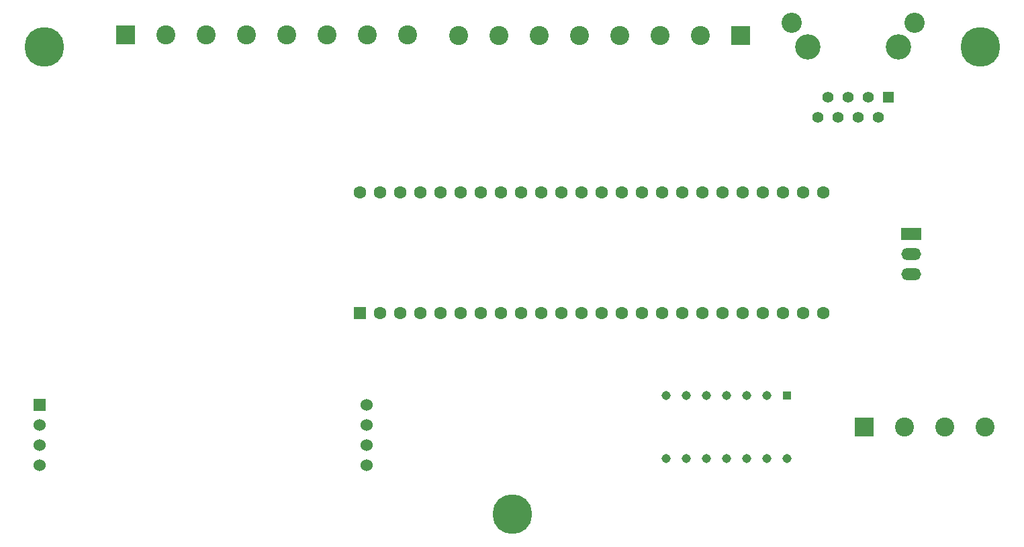
<source format=gbr>
G04 #@! TF.GenerationSoftware,KiCad,Pcbnew,(6.0.5-0)*
G04 #@! TF.CreationDate,2022-05-20T18:14:10-04:00*
G04 #@! TF.ProjectId,AntennaRemoteButtons,416e7465-6e6e-4615-9265-6d6f74654275,rev?*
G04 #@! TF.SameCoordinates,Original*
G04 #@! TF.FileFunction,Soldermask,Bot*
G04 #@! TF.FilePolarity,Negative*
%FSLAX46Y46*%
G04 Gerber Fmt 4.6, Leading zero omitted, Abs format (unit mm)*
G04 Created by KiCad (PCBNEW (6.0.5-0)) date 2022-05-20 18:14:10*
%MOMM*%
%LPD*%
G01*
G04 APERTURE LIST*
%ADD10C,5.000000*%
%ADD11R,1.140000X1.140000*%
%ADD12C,1.140000*%
%ADD13R,1.530000X1.530000*%
%ADD14C,1.530000*%
%ADD15R,2.500000X1.500000*%
%ADD16O,2.500000X1.500000*%
%ADD17C,1.600000*%
%ADD18R,1.600000X1.600000*%
%ADD19R,2.400000X2.400000*%
%ADD20C,2.400000*%
%ADD21C,2.550000*%
%ADD22C,1.408000*%
%ADD23R,1.408000X1.408000*%
%ADD24C,3.200000*%
G04 APERTURE END LIST*
D10*
G04 #@! TO.C,H3*
X167000000Y-38000000D03*
G04 #@! TD*
G04 #@! TO.C,H2*
X108000000Y-97000000D03*
G04 #@! TD*
G04 #@! TO.C,H1*
X49000000Y-38000000D03*
G04 #@! TD*
D11*
G04 #@! TO.C,U4*
X142620000Y-82030000D03*
D12*
X140080000Y-82030000D03*
X137540000Y-82030000D03*
X135000000Y-82030000D03*
X132460000Y-82030000D03*
X129920000Y-82030000D03*
X127380000Y-82030000D03*
X127380000Y-89970000D03*
X129920000Y-89970000D03*
X132460000Y-89970000D03*
X135000000Y-89970000D03*
X137540000Y-89970000D03*
X140080000Y-89970000D03*
X142620000Y-89970000D03*
G04 #@! TD*
D13*
G04 #@! TO.C,U3*
X48400000Y-83190000D03*
D14*
X48400000Y-85730000D03*
X48400000Y-88270000D03*
X48400000Y-90810000D03*
X89620000Y-90810000D03*
X89620000Y-88270000D03*
X89620000Y-85730000D03*
X89620000Y-83190000D03*
G04 #@! TD*
D15*
G04 #@! TO.C,U2*
X158317500Y-61567500D03*
D16*
X158317500Y-64107500D03*
X158317500Y-66647500D03*
G04 #@! TD*
D17*
G04 #@! TO.C,U1*
X129430000Y-71620000D03*
X131970000Y-71620000D03*
X134510000Y-71620000D03*
X137050000Y-71620000D03*
X126890000Y-71620000D03*
X124350000Y-71620000D03*
X121810000Y-71620000D03*
X139590000Y-71620000D03*
X142130000Y-71620000D03*
X144670000Y-71620000D03*
X147210000Y-71620000D03*
X147210000Y-56380000D03*
X144670000Y-56380000D03*
X142130000Y-56380000D03*
X139590000Y-56380000D03*
X137050000Y-56380000D03*
X134510000Y-56380000D03*
X131970000Y-56380000D03*
X129430000Y-56380000D03*
X126890000Y-56380000D03*
X124350000Y-56380000D03*
X119270000Y-71620000D03*
X116730000Y-71620000D03*
X114190000Y-71620000D03*
X111650000Y-71620000D03*
X109110000Y-71620000D03*
X106570000Y-71620000D03*
X104030000Y-71620000D03*
X101490000Y-71620000D03*
X98950000Y-71620000D03*
X96410000Y-71620000D03*
X93870000Y-71620000D03*
X91330000Y-71620000D03*
D18*
X88790000Y-71620000D03*
D17*
X121810000Y-56380000D03*
X119270000Y-56380000D03*
X116730000Y-56380000D03*
X114190000Y-56380000D03*
X111650000Y-56380000D03*
X109110000Y-56380000D03*
X106570000Y-56380000D03*
X104030000Y-56380000D03*
X101490000Y-56380000D03*
X98950000Y-56380000D03*
X96410000Y-56380000D03*
X93870000Y-56380000D03*
X91330000Y-56380000D03*
X88790000Y-56380000D03*
G04 #@! TD*
D19*
G04 #@! TO.C,J4*
X152380000Y-86000000D03*
D20*
X157460000Y-86000000D03*
X162540000Y-86000000D03*
X167620000Y-86000000D03*
G04 #@! TD*
D21*
G04 #@! TO.C,J3*
X143285000Y-34950000D03*
X158715000Y-34950000D03*
D22*
X146555000Y-46890000D03*
X147825000Y-44350000D03*
D23*
X155445000Y-44350000D03*
D22*
X152905000Y-44350000D03*
X150365000Y-44350000D03*
X154175000Y-46890000D03*
X151635000Y-46890000D03*
D24*
X145285000Y-38000000D03*
X156715000Y-38000000D03*
D22*
X149095000Y-46890000D03*
G04 #@! TD*
D19*
G04 #@! TO.C,J2*
X59220000Y-36462500D03*
D20*
X64300000Y-36462500D03*
X69380000Y-36462500D03*
X74460000Y-36462500D03*
X79540000Y-36462500D03*
X84620000Y-36462500D03*
X89700000Y-36462500D03*
X94780000Y-36462500D03*
G04 #@! TD*
D19*
G04 #@! TO.C,J1*
X136780000Y-36537500D03*
D20*
X131700000Y-36537500D03*
X126620000Y-36537500D03*
X121540000Y-36537500D03*
X116460000Y-36537500D03*
X111380000Y-36537500D03*
X106300000Y-36537500D03*
X101220000Y-36537500D03*
G04 #@! TD*
M02*

</source>
